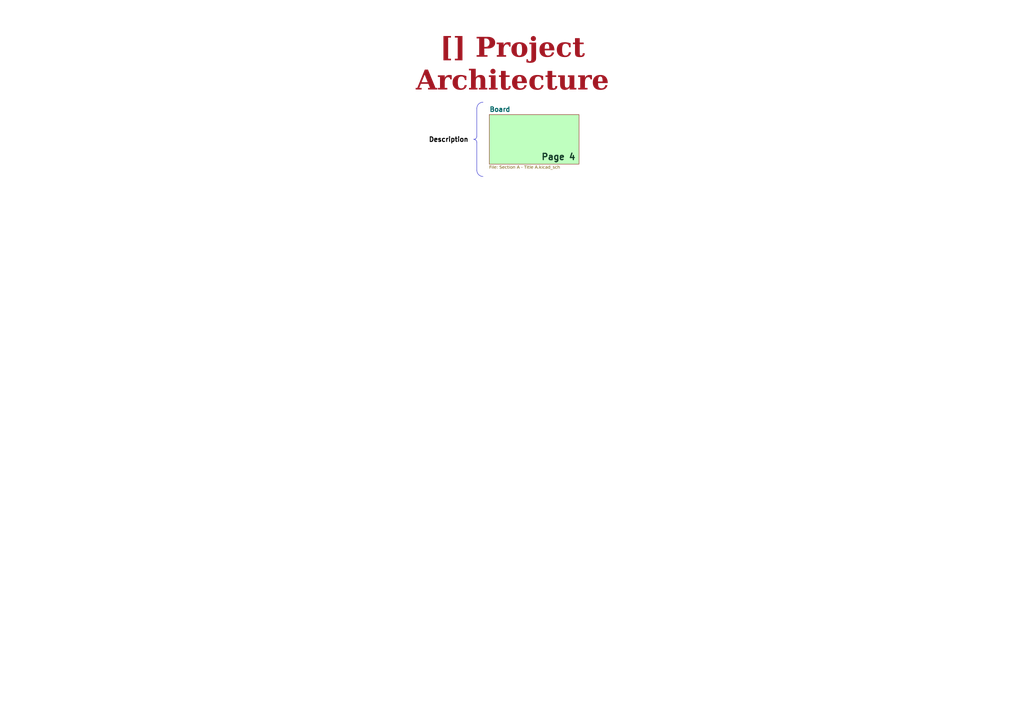
<source format=kicad_sch>
(kicad_sch
	(version 20250114)
	(generator "eeschema")
	(generator_version "9.0")
	(uuid "43756dca-f8f6-4179-bbe2-5af9585c666d")
	(paper "A3")
	(title_block
		(title "Project Architecture")
		(date "Last Modified Date")
		(rev "${REVISION}")
		(company "${COMPANY}")
	)
	(lib_symbols)
	(arc
		(start 195.58 55.88)
		(mid 195.2051 56.7751)
		(end 194.31 57.15)
		(stroke
			(width 0)
			(type default)
		)
		(fill
			(type none)
		)
		(uuid 463357f7-f9d2-46fa-b0b6-a6251e6ce150)
	)
	(arc
		(start 194.31 57.15)
		(mid 195.2051 57.5249)
		(end 195.58 58.42)
		(stroke
			(width 0)
			(type default)
		)
		(fill
			(type none)
		)
		(uuid a134b516-cfaf-437e-b6e0-fd4fe5086d29)
	)
	(arc
		(start 195.58 44.45)
		(mid 196.3239 42.6539)
		(end 198.12 41.91)
		(stroke
			(width 0)
			(type default)
		)
		(fill
			(type none)
		)
		(uuid d1fe5f0f-24cb-4f3d-baf1-1b36c0a6f68e)
	)
	(arc
		(start 198.12 72.39)
		(mid 196.3298 71.6402)
		(end 195.58 69.85)
		(stroke
			(width 0)
			(type default)
		)
		(fill
			(type none)
		)
		(uuid d8a608aa-d710-4d73-9273-2b52adac6230)
	)
	(text "Page 4"
		(exclude_from_sim no)
		(at 236.22 66.04 0)
		(effects
			(font
				(size 2.54 2.54)
				(bold yes)
				(color 20 60 40 1)
			)
			(justify right bottom)
			(href "#4")
		)
		(uuid "978bb74e-ca07-4b21-b2dc-19b812f717e9")
	)
	(text_box "Description"
		(exclude_from_sim no)
		(at 176.53 54.61 0)
		(size 17.145 5.08)
		(margins 1.4287 1.4287 1.4287 1.4287)
		(stroke
			(width -0.0001)
			(type default)
		)
		(fill
			(type none)
		)
		(effects
			(font
				(size 1.905 1.905)
				(thickness 0.381)
				(bold yes)
				(color 0 0 0 1)
			)
			(justify right top)
		)
		(uuid "51bc3fdc-86f1-4742-b7d8-53f1faaab343")
	)
	(text_box "[${#}] ${TITLE}"
		(exclude_from_sim no)
		(at 144.78 20.32 0)
		(size 130.81 12.7)
		(margins 5.9999 5.9999 5.9999 5.9999)
		(stroke
			(width -0.0001)
			(type default)
		)
		(fill
			(type none)
		)
		(effects
			(font
				(face "Times New Roman")
				(size 8 8)
				(thickness 1.2)
				(bold yes)
				(color 162 22 34 1)
			)
		)
		(uuid "7fa5cc40-6c97-487c-9cc7-412504f68533")
	)
	(polyline
		(pts
			(xy 195.58 58.42) (xy 195.58 69.85)
		)
		(stroke
			(width 0)
			(type default)
		)
		(uuid "1e3c70a2-22df-46ef-a52f-0f821498dc0c")
	)
	(polyline
		(pts
			(xy 195.58 55.88) (xy 195.58 44.45)
		)
		(stroke
			(width 0)
			(type default)
		)
		(uuid "41045457-e885-4cf4-93f2-cdba80791e7b")
	)
	(sheet
		(at 200.66 46.99)
		(size 36.83 20.32)
		(exclude_from_sim no)
		(in_bom yes)
		(on_board yes)
		(dnp no)
		(fields_autoplaced yes)
		(stroke
			(width 0.1524)
			(type solid)
		)
		(fill
			(color 128 255 128 0.5000)
		)
		(uuid "7d5a1283-086b-46b0-8df7-a9850521fb5e")
		(property "Sheetname" "Board"
			(at 200.66 45.9609 0)
			(effects
				(font
					(size 1.905 1.905)
					(bold yes)
				)
				(justify left bottom)
			)
		)
		(property "Sheetfile" "Section A - Title A.kicad_sch"
			(at 200.66 67.8946 0)
			(effects
				(font
					(face "Arial")
					(size 1.27 1.27)
				)
				(justify left top)
			)
		)
		(instances
			(project "IOExtender"
				(path "/0650c7a8-acba-429c-9f8e-eec0baf0bc1c/fede4c36-00cc-4d3d-b71c-5243ba232202"
					(page "4")
				)
			)
		)
	)
)

</source>
